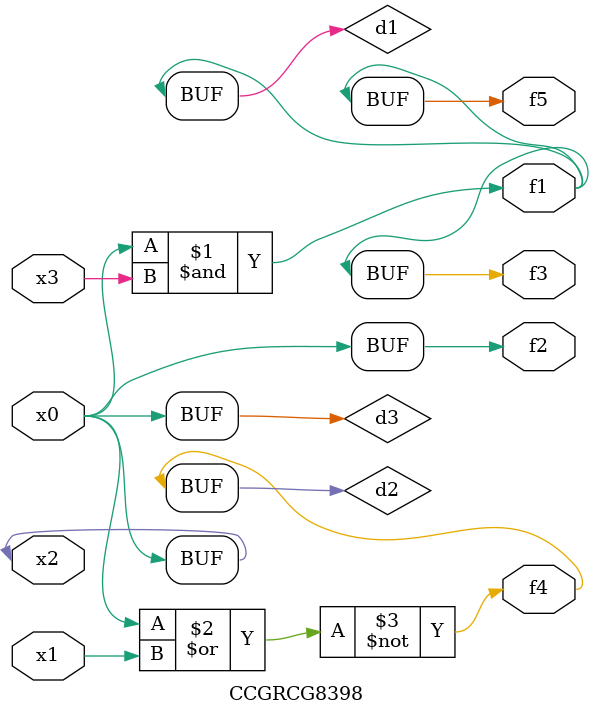
<source format=v>
module CCGRCG8398(
	input x0, x1, x2, x3,
	output f1, f2, f3, f4, f5
);

	wire d1, d2, d3;

	and (d1, x2, x3);
	nor (d2, x0, x1);
	buf (d3, x0, x2);
	assign f1 = d1;
	assign f2 = d3;
	assign f3 = d1;
	assign f4 = d2;
	assign f5 = d1;
endmodule

</source>
